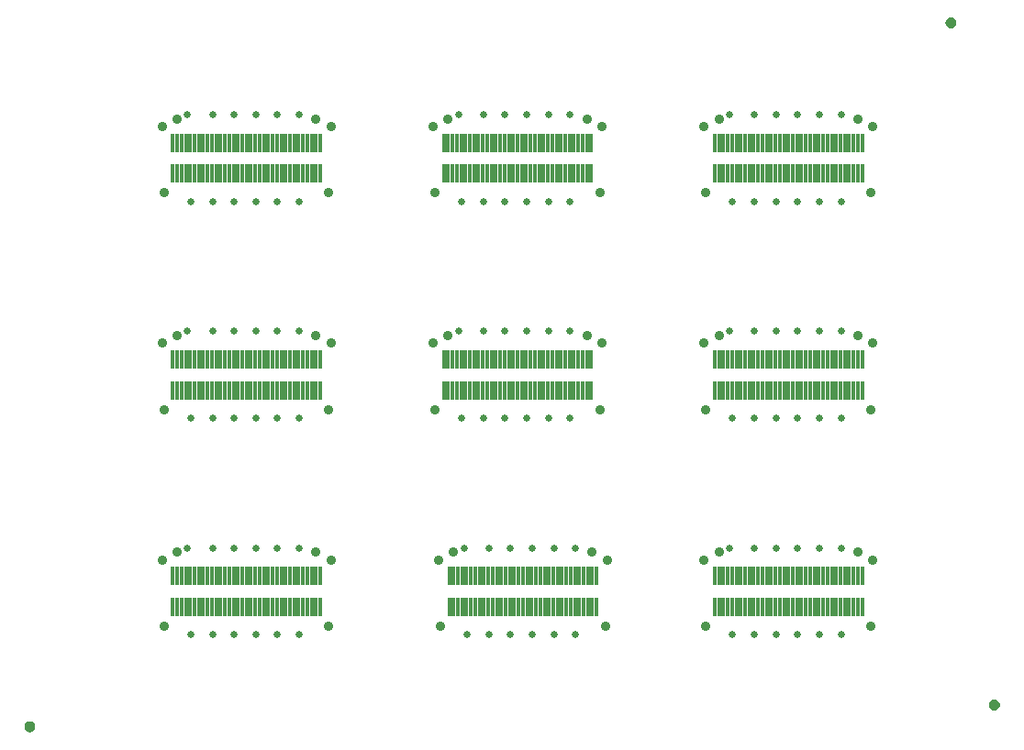
<source format=gts>
G75*
%MOIN*%
%OFA0B0*%
%FSLAX25Y25*%
%IPPOS*%
%LPD*%
%AMOC8*
5,1,8,0,0,1.08239X$1,22.5*
%
%ADD10C,0.01969*%
%ADD11C,0.03553*%
%ADD12R,0.01387X0.07057*%
%ADD13C,0.02581*%
D10*
X0069622Y0040567D02*
X0069624Y0040629D01*
X0069630Y0040692D01*
X0069640Y0040753D01*
X0069654Y0040814D01*
X0069671Y0040874D01*
X0069692Y0040933D01*
X0069718Y0040990D01*
X0069746Y0041045D01*
X0069778Y0041099D01*
X0069814Y0041150D01*
X0069852Y0041200D01*
X0069894Y0041246D01*
X0069938Y0041290D01*
X0069986Y0041331D01*
X0070035Y0041369D01*
X0070087Y0041403D01*
X0070141Y0041434D01*
X0070197Y0041462D01*
X0070255Y0041486D01*
X0070314Y0041507D01*
X0070374Y0041523D01*
X0070435Y0041536D01*
X0070497Y0041545D01*
X0070559Y0041550D01*
X0070622Y0041551D01*
X0070684Y0041548D01*
X0070746Y0041541D01*
X0070808Y0041530D01*
X0070868Y0041515D01*
X0070928Y0041497D01*
X0070986Y0041475D01*
X0071043Y0041449D01*
X0071098Y0041419D01*
X0071151Y0041386D01*
X0071202Y0041350D01*
X0071250Y0041311D01*
X0071296Y0041268D01*
X0071339Y0041223D01*
X0071379Y0041175D01*
X0071416Y0041125D01*
X0071450Y0041072D01*
X0071481Y0041018D01*
X0071507Y0040962D01*
X0071531Y0040904D01*
X0071550Y0040844D01*
X0071566Y0040784D01*
X0071578Y0040722D01*
X0071586Y0040661D01*
X0071590Y0040598D01*
X0071590Y0040536D01*
X0071586Y0040473D01*
X0071578Y0040412D01*
X0071566Y0040350D01*
X0071550Y0040290D01*
X0071531Y0040230D01*
X0071507Y0040172D01*
X0071481Y0040116D01*
X0071450Y0040062D01*
X0071416Y0040009D01*
X0071379Y0039959D01*
X0071339Y0039911D01*
X0071296Y0039866D01*
X0071250Y0039823D01*
X0071202Y0039784D01*
X0071151Y0039748D01*
X0071098Y0039715D01*
X0071043Y0039685D01*
X0070986Y0039659D01*
X0070928Y0039637D01*
X0070868Y0039619D01*
X0070808Y0039604D01*
X0070746Y0039593D01*
X0070684Y0039586D01*
X0070622Y0039583D01*
X0070559Y0039584D01*
X0070497Y0039589D01*
X0070435Y0039598D01*
X0070374Y0039611D01*
X0070314Y0039627D01*
X0070255Y0039648D01*
X0070197Y0039672D01*
X0070141Y0039700D01*
X0070087Y0039731D01*
X0070035Y0039765D01*
X0069986Y0039803D01*
X0069938Y0039844D01*
X0069894Y0039888D01*
X0069852Y0039934D01*
X0069814Y0039984D01*
X0069778Y0040035D01*
X0069746Y0040089D01*
X0069718Y0040144D01*
X0069692Y0040201D01*
X0069671Y0040260D01*
X0069654Y0040320D01*
X0069640Y0040381D01*
X0069630Y0040442D01*
X0069624Y0040505D01*
X0069622Y0040567D01*
X0420016Y0048441D02*
X0420018Y0048503D01*
X0420024Y0048566D01*
X0420034Y0048627D01*
X0420048Y0048688D01*
X0420065Y0048748D01*
X0420086Y0048807D01*
X0420112Y0048864D01*
X0420140Y0048919D01*
X0420172Y0048973D01*
X0420208Y0049024D01*
X0420246Y0049074D01*
X0420288Y0049120D01*
X0420332Y0049164D01*
X0420380Y0049205D01*
X0420429Y0049243D01*
X0420481Y0049277D01*
X0420535Y0049308D01*
X0420591Y0049336D01*
X0420649Y0049360D01*
X0420708Y0049381D01*
X0420768Y0049397D01*
X0420829Y0049410D01*
X0420891Y0049419D01*
X0420953Y0049424D01*
X0421016Y0049425D01*
X0421078Y0049422D01*
X0421140Y0049415D01*
X0421202Y0049404D01*
X0421262Y0049389D01*
X0421322Y0049371D01*
X0421380Y0049349D01*
X0421437Y0049323D01*
X0421492Y0049293D01*
X0421545Y0049260D01*
X0421596Y0049224D01*
X0421644Y0049185D01*
X0421690Y0049142D01*
X0421733Y0049097D01*
X0421773Y0049049D01*
X0421810Y0048999D01*
X0421844Y0048946D01*
X0421875Y0048892D01*
X0421901Y0048836D01*
X0421925Y0048778D01*
X0421944Y0048718D01*
X0421960Y0048658D01*
X0421972Y0048596D01*
X0421980Y0048535D01*
X0421984Y0048472D01*
X0421984Y0048410D01*
X0421980Y0048347D01*
X0421972Y0048286D01*
X0421960Y0048224D01*
X0421944Y0048164D01*
X0421925Y0048104D01*
X0421901Y0048046D01*
X0421875Y0047990D01*
X0421844Y0047936D01*
X0421810Y0047883D01*
X0421773Y0047833D01*
X0421733Y0047785D01*
X0421690Y0047740D01*
X0421644Y0047697D01*
X0421596Y0047658D01*
X0421545Y0047622D01*
X0421492Y0047589D01*
X0421437Y0047559D01*
X0421380Y0047533D01*
X0421322Y0047511D01*
X0421262Y0047493D01*
X0421202Y0047478D01*
X0421140Y0047467D01*
X0421078Y0047460D01*
X0421016Y0047457D01*
X0420953Y0047458D01*
X0420891Y0047463D01*
X0420829Y0047472D01*
X0420768Y0047485D01*
X0420708Y0047501D01*
X0420649Y0047522D01*
X0420591Y0047546D01*
X0420535Y0047574D01*
X0420481Y0047605D01*
X0420429Y0047639D01*
X0420380Y0047677D01*
X0420332Y0047718D01*
X0420288Y0047762D01*
X0420246Y0047808D01*
X0420208Y0047858D01*
X0420172Y0047909D01*
X0420140Y0047963D01*
X0420112Y0048018D01*
X0420086Y0048075D01*
X0420065Y0048134D01*
X0420048Y0048194D01*
X0420034Y0048255D01*
X0420024Y0048316D01*
X0420018Y0048379D01*
X0420016Y0048441D01*
X0404268Y0296472D02*
X0404270Y0296534D01*
X0404276Y0296597D01*
X0404286Y0296658D01*
X0404300Y0296719D01*
X0404317Y0296779D01*
X0404338Y0296838D01*
X0404364Y0296895D01*
X0404392Y0296950D01*
X0404424Y0297004D01*
X0404460Y0297055D01*
X0404498Y0297105D01*
X0404540Y0297151D01*
X0404584Y0297195D01*
X0404632Y0297236D01*
X0404681Y0297274D01*
X0404733Y0297308D01*
X0404787Y0297339D01*
X0404843Y0297367D01*
X0404901Y0297391D01*
X0404960Y0297412D01*
X0405020Y0297428D01*
X0405081Y0297441D01*
X0405143Y0297450D01*
X0405205Y0297455D01*
X0405268Y0297456D01*
X0405330Y0297453D01*
X0405392Y0297446D01*
X0405454Y0297435D01*
X0405514Y0297420D01*
X0405574Y0297402D01*
X0405632Y0297380D01*
X0405689Y0297354D01*
X0405744Y0297324D01*
X0405797Y0297291D01*
X0405848Y0297255D01*
X0405896Y0297216D01*
X0405942Y0297173D01*
X0405985Y0297128D01*
X0406025Y0297080D01*
X0406062Y0297030D01*
X0406096Y0296977D01*
X0406127Y0296923D01*
X0406153Y0296867D01*
X0406177Y0296809D01*
X0406196Y0296749D01*
X0406212Y0296689D01*
X0406224Y0296627D01*
X0406232Y0296566D01*
X0406236Y0296503D01*
X0406236Y0296441D01*
X0406232Y0296378D01*
X0406224Y0296317D01*
X0406212Y0296255D01*
X0406196Y0296195D01*
X0406177Y0296135D01*
X0406153Y0296077D01*
X0406127Y0296021D01*
X0406096Y0295967D01*
X0406062Y0295914D01*
X0406025Y0295864D01*
X0405985Y0295816D01*
X0405942Y0295771D01*
X0405896Y0295728D01*
X0405848Y0295689D01*
X0405797Y0295653D01*
X0405744Y0295620D01*
X0405689Y0295590D01*
X0405632Y0295564D01*
X0405574Y0295542D01*
X0405514Y0295524D01*
X0405454Y0295509D01*
X0405392Y0295498D01*
X0405330Y0295491D01*
X0405268Y0295488D01*
X0405205Y0295489D01*
X0405143Y0295494D01*
X0405081Y0295503D01*
X0405020Y0295516D01*
X0404960Y0295532D01*
X0404901Y0295553D01*
X0404843Y0295577D01*
X0404787Y0295605D01*
X0404733Y0295636D01*
X0404681Y0295670D01*
X0404632Y0295708D01*
X0404584Y0295749D01*
X0404540Y0295793D01*
X0404498Y0295839D01*
X0404460Y0295889D01*
X0404424Y0295940D01*
X0404392Y0295994D01*
X0404364Y0296049D01*
X0404338Y0296106D01*
X0404317Y0296165D01*
X0404300Y0296225D01*
X0404286Y0296286D01*
X0404276Y0296347D01*
X0404270Y0296410D01*
X0404268Y0296472D01*
D11*
X0371394Y0261433D03*
X0376906Y0258677D03*
X0376118Y0234661D03*
X0321000Y0261433D03*
X0315488Y0258677D03*
X0316276Y0234661D03*
X0278480Y0258677D03*
X0272969Y0261433D03*
X0277693Y0234661D03*
X0222575Y0261433D03*
X0217063Y0258677D03*
X0217850Y0234661D03*
X0179268Y0234661D03*
X0180055Y0258677D03*
X0174543Y0261433D03*
X0124150Y0261433D03*
X0118638Y0258677D03*
X0119425Y0234661D03*
X0124150Y0182693D03*
X0118638Y0179937D03*
X0119425Y0155921D03*
X0174543Y0182693D03*
X0180055Y0179937D03*
X0179268Y0155921D03*
X0217850Y0155921D03*
X0217063Y0179937D03*
X0222575Y0182693D03*
X0272969Y0182693D03*
X0278480Y0179937D03*
X0277693Y0155921D03*
X0316276Y0155921D03*
X0315488Y0179937D03*
X0321000Y0182693D03*
X0371394Y0182693D03*
X0376906Y0179937D03*
X0376118Y0155921D03*
X0371394Y0103953D03*
X0376906Y0101197D03*
X0376118Y0077181D03*
X0321000Y0103953D03*
X0315488Y0101197D03*
X0316276Y0077181D03*
X0279661Y0077181D03*
X0280449Y0101197D03*
X0274937Y0103953D03*
X0224543Y0103953D03*
X0219032Y0101197D03*
X0219819Y0077181D03*
X0179268Y0077181D03*
X0180055Y0101197D03*
X0174543Y0103953D03*
X0124150Y0103953D03*
X0118638Y0101197D03*
X0119425Y0077181D03*
D12*
X0122575Y0084189D03*
X0124150Y0084189D03*
X0125724Y0084189D03*
X0127299Y0084189D03*
X0128874Y0084189D03*
X0130449Y0084189D03*
X0132024Y0084189D03*
X0133598Y0084189D03*
X0135173Y0084189D03*
X0136748Y0084189D03*
X0138323Y0084189D03*
X0139898Y0084189D03*
X0141472Y0084189D03*
X0143047Y0084189D03*
X0144622Y0084189D03*
X0146197Y0084189D03*
X0147772Y0084189D03*
X0149346Y0084189D03*
X0150921Y0084189D03*
X0152496Y0084189D03*
X0154071Y0084189D03*
X0155646Y0084189D03*
X0157220Y0084189D03*
X0158795Y0084189D03*
X0160370Y0084189D03*
X0161945Y0084189D03*
X0163520Y0084189D03*
X0165095Y0084189D03*
X0166669Y0084189D03*
X0168244Y0084189D03*
X0169819Y0084189D03*
X0171394Y0084189D03*
X0172969Y0084189D03*
X0174543Y0084189D03*
X0176118Y0084189D03*
X0176118Y0095370D03*
X0174543Y0095370D03*
X0172969Y0095370D03*
X0171394Y0095370D03*
X0169819Y0095370D03*
X0168244Y0095370D03*
X0166669Y0095370D03*
X0165095Y0095370D03*
X0163520Y0095370D03*
X0161945Y0095370D03*
X0160370Y0095370D03*
X0158795Y0095370D03*
X0157220Y0095370D03*
X0155646Y0095370D03*
X0154071Y0095370D03*
X0152496Y0095370D03*
X0150921Y0095370D03*
X0149346Y0095370D03*
X0147772Y0095370D03*
X0146197Y0095370D03*
X0144622Y0095370D03*
X0143047Y0095370D03*
X0141472Y0095370D03*
X0139898Y0095370D03*
X0138323Y0095370D03*
X0136748Y0095370D03*
X0135173Y0095370D03*
X0133598Y0095370D03*
X0132024Y0095370D03*
X0130449Y0095370D03*
X0128874Y0095370D03*
X0127299Y0095370D03*
X0125724Y0095370D03*
X0124150Y0095370D03*
X0122575Y0095370D03*
X0222969Y0095370D03*
X0224543Y0095370D03*
X0226118Y0095370D03*
X0227693Y0095370D03*
X0229268Y0095370D03*
X0230843Y0095370D03*
X0232417Y0095370D03*
X0233992Y0095370D03*
X0235567Y0095370D03*
X0237142Y0095370D03*
X0238717Y0095370D03*
X0240291Y0095370D03*
X0241866Y0095370D03*
X0243441Y0095370D03*
X0245016Y0095370D03*
X0246591Y0095370D03*
X0248165Y0095370D03*
X0249740Y0095370D03*
X0251315Y0095370D03*
X0252890Y0095370D03*
X0254465Y0095370D03*
X0256039Y0095370D03*
X0257614Y0095370D03*
X0259189Y0095370D03*
X0260764Y0095370D03*
X0262339Y0095370D03*
X0263913Y0095370D03*
X0265488Y0095370D03*
X0267063Y0095370D03*
X0268638Y0095370D03*
X0270213Y0095370D03*
X0271787Y0095370D03*
X0273362Y0095370D03*
X0274937Y0095370D03*
X0276512Y0095370D03*
X0276512Y0084189D03*
X0274937Y0084189D03*
X0273362Y0084189D03*
X0271787Y0084189D03*
X0270213Y0084189D03*
X0268638Y0084189D03*
X0267063Y0084189D03*
X0265488Y0084189D03*
X0263913Y0084189D03*
X0262339Y0084189D03*
X0260764Y0084189D03*
X0259189Y0084189D03*
X0257614Y0084189D03*
X0256039Y0084189D03*
X0254465Y0084189D03*
X0252890Y0084189D03*
X0251315Y0084189D03*
X0249740Y0084189D03*
X0248165Y0084189D03*
X0246591Y0084189D03*
X0245016Y0084189D03*
X0243441Y0084189D03*
X0241866Y0084189D03*
X0240291Y0084189D03*
X0238717Y0084189D03*
X0237142Y0084189D03*
X0235567Y0084189D03*
X0233992Y0084189D03*
X0232417Y0084189D03*
X0230843Y0084189D03*
X0229268Y0084189D03*
X0227693Y0084189D03*
X0226118Y0084189D03*
X0224543Y0084189D03*
X0222969Y0084189D03*
X0319425Y0084189D03*
X0321000Y0084189D03*
X0322575Y0084189D03*
X0324150Y0084189D03*
X0325724Y0084189D03*
X0327299Y0084189D03*
X0328874Y0084189D03*
X0330449Y0084189D03*
X0332024Y0084189D03*
X0333598Y0084189D03*
X0335173Y0084189D03*
X0336748Y0084189D03*
X0338323Y0084189D03*
X0339898Y0084189D03*
X0341472Y0084189D03*
X0343047Y0084189D03*
X0344622Y0084189D03*
X0346197Y0084189D03*
X0347772Y0084189D03*
X0349346Y0084189D03*
X0350921Y0084189D03*
X0352496Y0084189D03*
X0354071Y0084189D03*
X0355646Y0084189D03*
X0357220Y0084189D03*
X0358795Y0084189D03*
X0360370Y0084189D03*
X0361945Y0084189D03*
X0363520Y0084189D03*
X0365095Y0084189D03*
X0366669Y0084189D03*
X0368244Y0084189D03*
X0369819Y0084189D03*
X0371394Y0084189D03*
X0372969Y0084189D03*
X0372969Y0095370D03*
X0371394Y0095370D03*
X0369819Y0095370D03*
X0368244Y0095370D03*
X0366669Y0095370D03*
X0365095Y0095370D03*
X0363520Y0095370D03*
X0361945Y0095370D03*
X0360370Y0095370D03*
X0358795Y0095370D03*
X0357220Y0095370D03*
X0355646Y0095370D03*
X0354071Y0095370D03*
X0352496Y0095370D03*
X0350921Y0095370D03*
X0349346Y0095370D03*
X0347772Y0095370D03*
X0346197Y0095370D03*
X0344622Y0095370D03*
X0343047Y0095370D03*
X0341472Y0095370D03*
X0339898Y0095370D03*
X0338323Y0095370D03*
X0336748Y0095370D03*
X0335173Y0095370D03*
X0333598Y0095370D03*
X0332024Y0095370D03*
X0330449Y0095370D03*
X0328874Y0095370D03*
X0327299Y0095370D03*
X0325724Y0095370D03*
X0324150Y0095370D03*
X0322575Y0095370D03*
X0321000Y0095370D03*
X0319425Y0095370D03*
X0319425Y0162929D03*
X0321000Y0162929D03*
X0322575Y0162929D03*
X0324150Y0162929D03*
X0325724Y0162929D03*
X0327299Y0162929D03*
X0328874Y0162929D03*
X0330449Y0162929D03*
X0332024Y0162929D03*
X0333598Y0162929D03*
X0335173Y0162929D03*
X0336748Y0162929D03*
X0338323Y0162929D03*
X0339898Y0162929D03*
X0341472Y0162929D03*
X0343047Y0162929D03*
X0344622Y0162929D03*
X0346197Y0162929D03*
X0347772Y0162929D03*
X0349346Y0162929D03*
X0350921Y0162929D03*
X0352496Y0162929D03*
X0354071Y0162929D03*
X0355646Y0162929D03*
X0357220Y0162929D03*
X0358795Y0162929D03*
X0360370Y0162929D03*
X0361945Y0162929D03*
X0363520Y0162929D03*
X0365095Y0162929D03*
X0366669Y0162929D03*
X0368244Y0162929D03*
X0369819Y0162929D03*
X0371394Y0162929D03*
X0372969Y0162929D03*
X0372969Y0174110D03*
X0371394Y0174110D03*
X0369819Y0174110D03*
X0368244Y0174110D03*
X0366669Y0174110D03*
X0365095Y0174110D03*
X0363520Y0174110D03*
X0361945Y0174110D03*
X0360370Y0174110D03*
X0358795Y0174110D03*
X0357220Y0174110D03*
X0355646Y0174110D03*
X0354071Y0174110D03*
X0352496Y0174110D03*
X0350921Y0174110D03*
X0349346Y0174110D03*
X0347772Y0174110D03*
X0346197Y0174110D03*
X0344622Y0174110D03*
X0343047Y0174110D03*
X0341472Y0174110D03*
X0339898Y0174110D03*
X0338323Y0174110D03*
X0336748Y0174110D03*
X0335173Y0174110D03*
X0333598Y0174110D03*
X0332024Y0174110D03*
X0330449Y0174110D03*
X0328874Y0174110D03*
X0327299Y0174110D03*
X0325724Y0174110D03*
X0324150Y0174110D03*
X0322575Y0174110D03*
X0321000Y0174110D03*
X0319425Y0174110D03*
X0274543Y0174110D03*
X0272969Y0174110D03*
X0271394Y0174110D03*
X0269819Y0174110D03*
X0268244Y0174110D03*
X0266669Y0174110D03*
X0265095Y0174110D03*
X0263520Y0174110D03*
X0261945Y0174110D03*
X0260370Y0174110D03*
X0258795Y0174110D03*
X0257220Y0174110D03*
X0255646Y0174110D03*
X0254071Y0174110D03*
X0252496Y0174110D03*
X0250921Y0174110D03*
X0249346Y0174110D03*
X0247772Y0174110D03*
X0246197Y0174110D03*
X0244622Y0174110D03*
X0243047Y0174110D03*
X0241472Y0174110D03*
X0239898Y0174110D03*
X0238323Y0174110D03*
X0236748Y0174110D03*
X0235173Y0174110D03*
X0233598Y0174110D03*
X0232024Y0174110D03*
X0230449Y0174110D03*
X0228874Y0174110D03*
X0227299Y0174110D03*
X0225724Y0174110D03*
X0224150Y0174110D03*
X0222575Y0174110D03*
X0221000Y0174110D03*
X0221000Y0162929D03*
X0222575Y0162929D03*
X0224150Y0162929D03*
X0225724Y0162929D03*
X0227299Y0162929D03*
X0228874Y0162929D03*
X0230449Y0162929D03*
X0232024Y0162929D03*
X0233598Y0162929D03*
X0235173Y0162929D03*
X0236748Y0162929D03*
X0238323Y0162929D03*
X0239898Y0162929D03*
X0241472Y0162929D03*
X0243047Y0162929D03*
X0244622Y0162929D03*
X0246197Y0162929D03*
X0247772Y0162929D03*
X0249346Y0162929D03*
X0250921Y0162929D03*
X0252496Y0162929D03*
X0254071Y0162929D03*
X0255646Y0162929D03*
X0257220Y0162929D03*
X0258795Y0162929D03*
X0260370Y0162929D03*
X0261945Y0162929D03*
X0263520Y0162929D03*
X0265095Y0162929D03*
X0266669Y0162929D03*
X0268244Y0162929D03*
X0269819Y0162929D03*
X0271394Y0162929D03*
X0272969Y0162929D03*
X0274543Y0162929D03*
X0176118Y0162929D03*
X0174543Y0162929D03*
X0172969Y0162929D03*
X0171394Y0162929D03*
X0169819Y0162929D03*
X0168244Y0162929D03*
X0166669Y0162929D03*
X0165095Y0162929D03*
X0163520Y0162929D03*
X0161945Y0162929D03*
X0160370Y0162929D03*
X0158795Y0162929D03*
X0157220Y0162929D03*
X0155646Y0162929D03*
X0154071Y0162929D03*
X0152496Y0162929D03*
X0150921Y0162929D03*
X0149346Y0162929D03*
X0147772Y0162929D03*
X0146197Y0162929D03*
X0144622Y0162929D03*
X0143047Y0162929D03*
X0141472Y0162929D03*
X0139898Y0162929D03*
X0138323Y0162929D03*
X0136748Y0162929D03*
X0135173Y0162929D03*
X0133598Y0162929D03*
X0132024Y0162929D03*
X0130449Y0162929D03*
X0128874Y0162929D03*
X0127299Y0162929D03*
X0125724Y0162929D03*
X0124150Y0162929D03*
X0122575Y0162929D03*
X0122575Y0174110D03*
X0124150Y0174110D03*
X0125724Y0174110D03*
X0127299Y0174110D03*
X0128874Y0174110D03*
X0130449Y0174110D03*
X0132024Y0174110D03*
X0133598Y0174110D03*
X0135173Y0174110D03*
X0136748Y0174110D03*
X0138323Y0174110D03*
X0139898Y0174110D03*
X0141472Y0174110D03*
X0143047Y0174110D03*
X0144622Y0174110D03*
X0146197Y0174110D03*
X0147772Y0174110D03*
X0149346Y0174110D03*
X0150921Y0174110D03*
X0152496Y0174110D03*
X0154071Y0174110D03*
X0155646Y0174110D03*
X0157220Y0174110D03*
X0158795Y0174110D03*
X0160370Y0174110D03*
X0161945Y0174110D03*
X0163520Y0174110D03*
X0165095Y0174110D03*
X0166669Y0174110D03*
X0168244Y0174110D03*
X0169819Y0174110D03*
X0171394Y0174110D03*
X0172969Y0174110D03*
X0174543Y0174110D03*
X0176118Y0174110D03*
X0176118Y0241669D03*
X0174543Y0241669D03*
X0172969Y0241669D03*
X0171394Y0241669D03*
X0169819Y0241669D03*
X0168244Y0241669D03*
X0166669Y0241669D03*
X0165095Y0241669D03*
X0163520Y0241669D03*
X0161945Y0241669D03*
X0160370Y0241669D03*
X0158795Y0241669D03*
X0157220Y0241669D03*
X0155646Y0241669D03*
X0154071Y0241669D03*
X0152496Y0241669D03*
X0150921Y0241669D03*
X0149346Y0241669D03*
X0147772Y0241669D03*
X0146197Y0241669D03*
X0144622Y0241669D03*
X0143047Y0241669D03*
X0141472Y0241669D03*
X0139898Y0241669D03*
X0138323Y0241669D03*
X0136748Y0241669D03*
X0135173Y0241669D03*
X0133598Y0241669D03*
X0132024Y0241669D03*
X0130449Y0241669D03*
X0128874Y0241669D03*
X0127299Y0241669D03*
X0125724Y0241669D03*
X0124150Y0241669D03*
X0122575Y0241669D03*
X0122575Y0252850D03*
X0124150Y0252850D03*
X0125724Y0252850D03*
X0127299Y0252850D03*
X0128874Y0252850D03*
X0130449Y0252850D03*
X0132024Y0252850D03*
X0133598Y0252850D03*
X0135173Y0252850D03*
X0136748Y0252850D03*
X0138323Y0252850D03*
X0139898Y0252850D03*
X0141472Y0252850D03*
X0143047Y0252850D03*
X0144622Y0252850D03*
X0146197Y0252850D03*
X0147772Y0252850D03*
X0149346Y0252850D03*
X0150921Y0252850D03*
X0152496Y0252850D03*
X0154071Y0252850D03*
X0155646Y0252850D03*
X0157220Y0252850D03*
X0158795Y0252850D03*
X0160370Y0252850D03*
X0161945Y0252850D03*
X0163520Y0252850D03*
X0165095Y0252850D03*
X0166669Y0252850D03*
X0168244Y0252850D03*
X0169819Y0252850D03*
X0171394Y0252850D03*
X0172969Y0252850D03*
X0174543Y0252850D03*
X0176118Y0252850D03*
X0221000Y0252850D03*
X0222575Y0252850D03*
X0224150Y0252850D03*
X0225724Y0252850D03*
X0227299Y0252850D03*
X0228874Y0252850D03*
X0230449Y0252850D03*
X0232024Y0252850D03*
X0233598Y0252850D03*
X0235173Y0252850D03*
X0236748Y0252850D03*
X0238323Y0252850D03*
X0239898Y0252850D03*
X0241472Y0252850D03*
X0243047Y0252850D03*
X0244622Y0252850D03*
X0246197Y0252850D03*
X0247772Y0252850D03*
X0249346Y0252850D03*
X0250921Y0252850D03*
X0252496Y0252850D03*
X0254071Y0252850D03*
X0255646Y0252850D03*
X0257220Y0252850D03*
X0258795Y0252850D03*
X0260370Y0252850D03*
X0261945Y0252850D03*
X0263520Y0252850D03*
X0265095Y0252850D03*
X0266669Y0252850D03*
X0268244Y0252850D03*
X0269819Y0252850D03*
X0271394Y0252850D03*
X0272969Y0252850D03*
X0274543Y0252850D03*
X0274543Y0241669D03*
X0272969Y0241669D03*
X0271394Y0241669D03*
X0269819Y0241669D03*
X0268244Y0241669D03*
X0266669Y0241669D03*
X0265095Y0241669D03*
X0263520Y0241669D03*
X0261945Y0241669D03*
X0260370Y0241669D03*
X0258795Y0241669D03*
X0257220Y0241669D03*
X0255646Y0241669D03*
X0254071Y0241669D03*
X0252496Y0241669D03*
X0250921Y0241669D03*
X0249346Y0241669D03*
X0247772Y0241669D03*
X0246197Y0241669D03*
X0244622Y0241669D03*
X0243047Y0241669D03*
X0241472Y0241669D03*
X0239898Y0241669D03*
X0238323Y0241669D03*
X0236748Y0241669D03*
X0235173Y0241669D03*
X0233598Y0241669D03*
X0232024Y0241669D03*
X0230449Y0241669D03*
X0228874Y0241669D03*
X0227299Y0241669D03*
X0225724Y0241669D03*
X0224150Y0241669D03*
X0222575Y0241669D03*
X0221000Y0241669D03*
X0319425Y0241669D03*
X0321000Y0241669D03*
X0322575Y0241669D03*
X0324150Y0241669D03*
X0325724Y0241669D03*
X0327299Y0241669D03*
X0328874Y0241669D03*
X0330449Y0241669D03*
X0332024Y0241669D03*
X0333598Y0241669D03*
X0335173Y0241669D03*
X0336748Y0241669D03*
X0338323Y0241669D03*
X0339898Y0241669D03*
X0341472Y0241669D03*
X0343047Y0241669D03*
X0344622Y0241669D03*
X0346197Y0241669D03*
X0347772Y0241669D03*
X0349346Y0241669D03*
X0350921Y0241669D03*
X0352496Y0241669D03*
X0354071Y0241669D03*
X0355646Y0241669D03*
X0357220Y0241669D03*
X0358795Y0241669D03*
X0360370Y0241669D03*
X0361945Y0241669D03*
X0363520Y0241669D03*
X0365095Y0241669D03*
X0366669Y0241669D03*
X0368244Y0241669D03*
X0369819Y0241669D03*
X0371394Y0241669D03*
X0372969Y0241669D03*
X0372969Y0252850D03*
X0371394Y0252850D03*
X0369819Y0252850D03*
X0368244Y0252850D03*
X0366669Y0252850D03*
X0365095Y0252850D03*
X0363520Y0252850D03*
X0361945Y0252850D03*
X0360370Y0252850D03*
X0358795Y0252850D03*
X0357220Y0252850D03*
X0355646Y0252850D03*
X0354071Y0252850D03*
X0352496Y0252850D03*
X0350921Y0252850D03*
X0349346Y0252850D03*
X0347772Y0252850D03*
X0346197Y0252850D03*
X0344622Y0252850D03*
X0343047Y0252850D03*
X0341472Y0252850D03*
X0339898Y0252850D03*
X0338323Y0252850D03*
X0336748Y0252850D03*
X0335173Y0252850D03*
X0333598Y0252850D03*
X0332024Y0252850D03*
X0330449Y0252850D03*
X0328874Y0252850D03*
X0327299Y0252850D03*
X0325724Y0252850D03*
X0324150Y0252850D03*
X0322575Y0252850D03*
X0321000Y0252850D03*
X0319425Y0252850D03*
D13*
X0324740Y0263008D03*
X0333795Y0263008D03*
X0341669Y0263008D03*
X0349543Y0263008D03*
X0357417Y0263008D03*
X0365291Y0263008D03*
X0365291Y0231512D03*
X0357417Y0231512D03*
X0349543Y0231512D03*
X0341669Y0231512D03*
X0333795Y0231512D03*
X0325921Y0231512D03*
X0266866Y0231512D03*
X0258992Y0231512D03*
X0251118Y0231512D03*
X0243244Y0231512D03*
X0235370Y0231512D03*
X0227496Y0231512D03*
X0226315Y0263008D03*
X0235370Y0263008D03*
X0243244Y0263008D03*
X0251118Y0263008D03*
X0258992Y0263008D03*
X0266866Y0263008D03*
X0168441Y0263008D03*
X0160567Y0263008D03*
X0152693Y0263008D03*
X0144819Y0263008D03*
X0136945Y0263008D03*
X0127890Y0263008D03*
X0129071Y0231512D03*
X0136945Y0231512D03*
X0144819Y0231512D03*
X0152693Y0231512D03*
X0160567Y0231512D03*
X0168441Y0231512D03*
X0168441Y0184268D03*
X0160567Y0184268D03*
X0152693Y0184268D03*
X0144819Y0184268D03*
X0136945Y0184268D03*
X0127890Y0184268D03*
X0129071Y0152772D03*
X0136945Y0152772D03*
X0144819Y0152772D03*
X0152693Y0152772D03*
X0160567Y0152772D03*
X0168441Y0152772D03*
X0227496Y0152772D03*
X0235370Y0152772D03*
X0243244Y0152772D03*
X0251118Y0152772D03*
X0258992Y0152772D03*
X0266866Y0152772D03*
X0266866Y0184268D03*
X0258992Y0184268D03*
X0251118Y0184268D03*
X0243244Y0184268D03*
X0235370Y0184268D03*
X0226315Y0184268D03*
X0324740Y0184268D03*
X0333795Y0184268D03*
X0341669Y0184268D03*
X0349543Y0184268D03*
X0357417Y0184268D03*
X0365291Y0184268D03*
X0365291Y0152772D03*
X0357417Y0152772D03*
X0349543Y0152772D03*
X0341669Y0152772D03*
X0333795Y0152772D03*
X0325921Y0152772D03*
X0324740Y0105528D03*
X0333795Y0105528D03*
X0341669Y0105528D03*
X0349543Y0105528D03*
X0357417Y0105528D03*
X0365291Y0105528D03*
X0365291Y0074031D03*
X0357417Y0074031D03*
X0349543Y0074031D03*
X0341669Y0074031D03*
X0333795Y0074031D03*
X0325921Y0074031D03*
X0268835Y0074031D03*
X0260961Y0074031D03*
X0253087Y0074031D03*
X0245213Y0074031D03*
X0237339Y0074031D03*
X0229465Y0074031D03*
X0228283Y0105528D03*
X0237339Y0105528D03*
X0245213Y0105528D03*
X0253087Y0105528D03*
X0260961Y0105528D03*
X0268835Y0105528D03*
X0168441Y0105528D03*
X0160567Y0105528D03*
X0152693Y0105528D03*
X0144819Y0105528D03*
X0136945Y0105528D03*
X0127890Y0105528D03*
X0129071Y0074031D03*
X0136945Y0074031D03*
X0144819Y0074031D03*
X0152693Y0074031D03*
X0160567Y0074031D03*
X0168441Y0074031D03*
M02*

</source>
